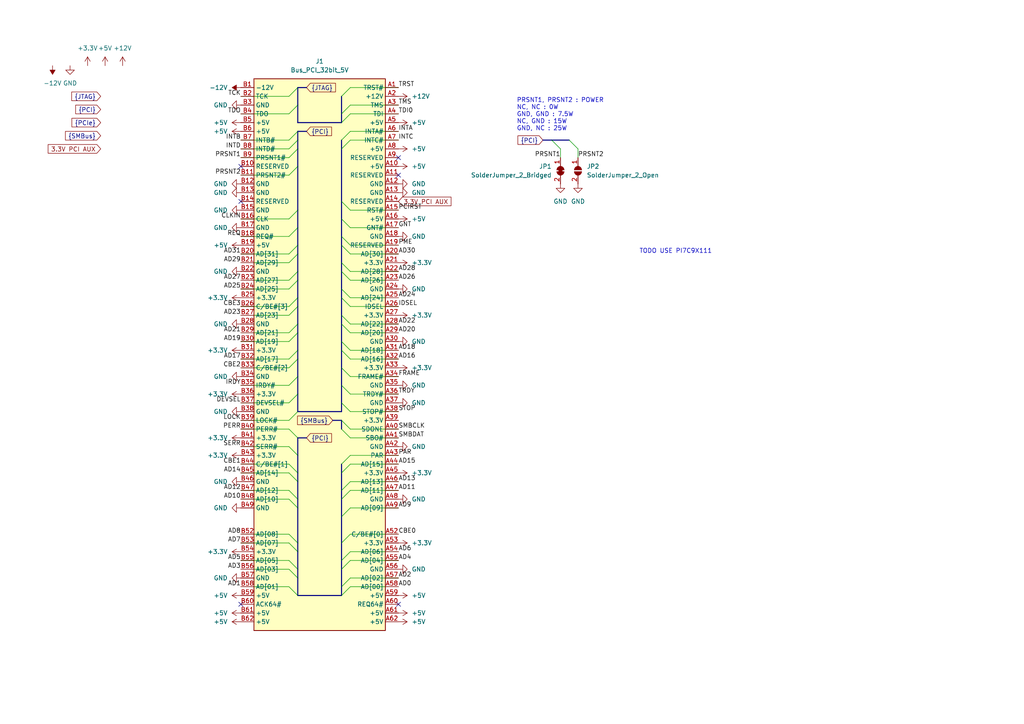
<source format=kicad_sch>
(kicad_sch (version 20230121) (generator eeschema)
  (paper "A4")
  (lib_symbols
    (symbol "Connector:Bus_PCI_32bit_5V"
      (property "Reference" "J" (at 0 80.01 0))
      (property "Value" "Bus_PCI_32bit_5V" (at 0 -82.55 0))
      (symbol "Bus_PCI_32bit_5V_0_1"
        (rectangle (start -19.05 -81.28) (end 19.05 78.74) (stroke (width 0.254)) (fill (type background)))
      )
      (symbol "Bus_PCI_32bit_5V_1_1"
        (pin output line (at 22.86 76.2 180) (length 3.81) (name "TRST#") (number "A1"))
        (pin power_in line (at 22.86 53.34 180) (length 3.81) (name "+5V") (number "A10"))
        (pin passive line (at 22.86 50.8 180) (length 3.81) (name "RESERVED") (number "A11"))
        (pin power_in line (at 22.86 48.26 180) (length 3.81) (name "GND") (number "A12"))
        (pin power_in line (at 22.86 45.72 180) (length 3.81) (name "GND") (number "A13"))
        (pin passive line (at 22.86 43.18 180) (length 3.81) (name "RESERVED") (number "A14"))
        (pin output line (at 22.86 40.64 180) (length 3.81) (name "RST#") (number "A15"))
        (pin power_in line (at 22.86 38.1 180) (length 3.81) (name "+5V") (number "A16"))
        (pin bidirectional line (at 22.86 35.56 180) (length 3.81) (name "GNT#") (number "A17"))
        (pin power_in line (at 22.86 33.02 180) (length 3.81) (name "GND") (number "A18"))
        (pin passive line (at 22.86 30.48 180) (length 3.81) (name "RESERVED") (number "A19"))
        (pin power_in line (at 22.86 73.66 180) (length 3.81) (name "+12V") (number "A2"))
        (pin bidirectional line (at 22.86 27.94 180) (length 3.81) (name "AD[30]") (number "A20"))
        (pin power_in line (at 22.86 25.4 180) (length 3.81) (name "+3.3V") (number "A21"))
        (pin bidirectional line (at 22.86 22.86 180) (length 3.81) (name "AD[28]") (number "A22"))
        (pin bidirectional line (at 22.86 20.32 180) (length 3.81) (name "AD[26]") (number "A23"))
        (pin power_in line (at 22.86 17.78 180) (length 3.81) (name "GND") (number "A24"))
        (pin bidirectional line (at 22.86 15.24 180) (length 3.81) (name "AD[24]") (number "A25"))
        (pin output line (at 22.86 12.7 180) (length 3.81) (name "IDSEL") (number "A26"))
        (pin power_in line (at 22.86 10.16 180) (length 3.81) (name "+3.3V") (number "A27"))
        (pin bidirectional line (at 22.86 7.62 180) (length 3.81) (name "AD[22]") (number "A28"))
        (pin bidirectional line (at 22.86 5.08 180) (length 3.81) (name "AD[20]") (number "A29"))
        (pin output line (at 22.86 71.12 180) (length 3.81) (name "TMS") (number "A3"))
        (pin power_in line (at 22.86 2.54 180) (length 3.81) (name "GND") (number "A30"))
        (pin bidirectional line (at 22.86 0 180) (length 3.81) (name "AD[18]") (number "A31"))
        (pin bidirectional line (at 22.86 -2.54 180) (length 3.81) (name "AD[16]") (number "A32"))
        (pin power_in line (at 22.86 -5.08 180) (length 3.81) (name "+3.3V") (number "A33"))
        (pin bidirectional line (at 22.86 -7.62 180) (length 3.81) (name "FRAME#") (number "A34"))
        (pin power_in line (at 22.86 -10.16 180) (length 3.81) (name "GND") (number "A35"))
        (pin bidirectional line (at 22.86 -12.7 180) (length 3.81) (name "TRDY#") (number "A36"))
        (pin power_in line (at 22.86 -15.24 180) (length 3.81) (name "GND") (number "A37"))
        (pin bidirectional line (at 22.86 -17.78 180) (length 3.81) (name "STOP#") (number "A38"))
        (pin power_in line (at 22.86 -20.32 180) (length 3.81) (name "+3.3V") (number "A39"))
        (pin output line (at 22.86 68.58 180) (length 3.81) (name "TDI") (number "A4"))
        (pin bidirectional line (at 22.86 -22.86 180) (length 3.81) (name "SDONE") (number "A40"))
        (pin bidirectional line (at 22.86 -25.4 180) (length 3.81) (name "SBO#") (number "A41"))
        (pin power_in line (at 22.86 -27.94 180) (length 3.81) (name "GND") (number "A42"))
        (pin bidirectional line (at 22.86 -30.48 180) (length 3.81) (name "PAR") (number "A43"))
        (pin bidirectional line (at 22.86 -33.02 180) (length 3.81) (name "AD[15]") (number "A44"))
        (pin power_in line (at 22.86 -35.56 180) (length 3.81) (name "+3.3V") (number "A45"))
        (pin bidirectional line (at 22.86 -38.1 180) (length 3.81) (name "AD[13]") (number "A46"))
        (pin bidirectional line (at 22.86 -40.64 180) (length 3.81) (name "AD[11]") (number "A47"))
        (pin power_in line (at 22.86 -43.18 180) (length 3.81) (name "GND") (number "A48"))
        (pin bidirectional line (at 22.86 -45.72 180) (length 3.81) (name "AD[09]") (number "A49"))
        (pin power_in line (at 22.86 66.04 180) (length 3.81) (name "+5V") (number "A5"))
        (pin bidirectional line (at 22.86 -53.34 180) (length 3.81) (name "C/BE#[0]") (number "A52"))
        (pin power_in line (at 22.86 -55.88 180) (length 3.81) (name "+3.3V") (number "A53"))
        (pin bidirectional line (at 22.86 -58.42 180) (length 3.81) (name "AD[06]") (number "A54"))
        (pin bidirectional line (at 22.86 -60.96 180) (length 3.81) (name "AD[04]") (number "A55"))
        (pin power_in line (at 22.86 -63.5 180) (length 3.81) (name "GND") (number "A56"))
        (pin bidirectional line (at 22.86 -66.04 180) (length 3.81) (name "AD[02]") (number "A57"))
        (pin bidirectional line (at 22.86 -68.58 180) (length 3.81) (name "AD[00]") (number "A58"))
        (pin power_in line (at 22.86 -71.12 180) (length 3.81) (name "+5V") (number "A59"))
        (pin input line (at 22.86 63.5 180) (length 3.81) (name "INTA#") (number "A6"))
        (pin bidirectional line (at 22.86 -73.66 180) (length 3.81) (name "REQ64#") (number "A60"))
        (pin power_in line (at 22.86 -76.2 180) (length 3.81) (name "+5V") (number "A61"))
        (pin power_in line (at 22.86 -78.74 180) (length 3.81) (name "+5V") (number "A62"))
        (pin input line (at 22.86 60.96 180) (length 3.81) (name "INTC#") (number "A7"))
        (pin power_in line (at 22.86 58.42 180) (length 3.81) (name "+5V") (number "A8"))
        (pin passive line (at 22.86 55.88 180) (length 3.81) (name "RESERVED") (number "A9"))
        (pin power_in line (at -22.86 76.2 0) (length 3.81) (name "-12V") (number "B1"))
        (pin passive line (at -22.86 53.34 0) (length 3.81) (name "RESERVED") (number "B10"))
        (pin input line (at -22.86 50.8 0) (length 3.81) (name "PRSNT2#") (number "B11"))
        (pin power_in line (at -22.86 48.26 0) (length 3.81) (name "GND") (number "B12"))
        (pin power_in line (at -22.86 45.72 0) (length 3.81) (name "GND") (number "B13"))
        (pin passive line (at -22.86 43.18 0) (length 3.81) (name "RESERVED") (number "B14"))
        (pin power_in line (at -22.86 40.64 0) (length 3.81) (name "GND") (number "B15"))
        (pin output line (at -22.86 38.1 0) (length 3.81) (name "CLK") (number "B16"))
        (pin power_in line (at -22.86 35.56 0) (length 3.81) (name "GND") (number "B17"))
        (pin bidirectional line (at -22.86 33.02 0) (length 3.81) (name "REQ#") (number "B18"))
        (pin power_in line (at -22.86 30.48 0) (length 3.81) (name "+5V") (number "B19"))
        (pin output line (at -22.86 73.66 0) (length 3.81) (name "TCK") (number "B2"))
        (pin bidirectional line (at -22.86 27.94 0) (length 3.81) (name "AD[31]") (number "B20"))
        (pin bidirectional line (at -22.86 25.4 0) (length 3.81) (name "AD[29]") (number "B21"))
        (pin power_in line (at -22.86 22.86 0) (length 3.81) (name "GND") (number "B22"))
        (pin bidirectional line (at -22.86 20.32 0) (length 3.81) (name "AD[27]") (number "B23"))
        (pin bidirectional line (at -22.86 17.78 0) (length 3.81) (name "AD[25]") (number "B24"))
        (pin power_in line (at -22.86 15.24 0) (length 3.81) (name "+3.3V") (number "B25"))
        (pin bidirectional line (at -22.86 12.7 0) (length 3.81) (name "C/BE#[3]") (number "B26"))
        (pin bidirectional line (at -22.86 10.16 0) (length 3.81) (name "AD[23]") (number "B27"))
        (pin power_in line (at -22.86 7.62 0) (length 3.81) (name "GND") (number "B28"))
        (pin bidirectional line (at -22.86 5.08 0) (length 3.81) (name "AD[21]") (number "B29"))
        (pin power_in line (at -22.86 71.12 0) (length 3.81) (name "GND") (number "B3"))
        (pin bidirectional line (at -22.86 2.54 0) (length 3.81) (name "AD[19]") (number "B30"))
        (pin power_in line (at -22.86 0 0) (length 3.81) (name "+3.3V") (number "B31"))
        (pin bidirectional line (at -22.86 -2.54 0) (length 3.81) (name "AD[17]") (number "B32"))
        (pin bidirectional line (at -22.86 -5.08 0) (length 3.81) (name "C/BE#[2]") (number "B33"))
        (pin power_in line (at -22.86 -7.62 0) (length 3.81) (name "GND") (number "B34"))
        (pin bidirectional line (at -22.86 -10.16 0) (length 3.81) (name "IRDY#") (number "B35"))
        (pin power_in line (at -22.86 -12.7 0) (length 3.81) (name "+3.3V") (number "B36"))
        (pin bidirectional line (at -22.86 -15.24 0) (length 3.81) (name "DEVSEL#") (number "B37"))
        (pin power_in line (at -22.86 -17.78 0) (length 3.81) (name "GND") (number "B38"))
        (pin bidirectional line (at -22.86 -20.32 0) (length 3.81) (name "LOCK#") (number "B39"))
        (pin input line (at -22.86 68.58 0) (length 3.81) (name "TDO") (number "B4"))
        (pin bidirectional line (at -22.86 -22.86 0) (length 3.81) (name "PERR#") (number "B40"))
        (pin power_in line (at -22.86 -25.4 0) (length 3.81) (name "+3.3V") (number "B41"))
        (pin input line (at -22.86 -27.94 0) (length 3.81) (name "SERR#") (number "B42"))
        (pin power_in line (at -22.86 -30.48 0) (length 3.81) (name "+3.3V") (number "B43"))
        (pin bidirectional line (at -22.86 -33.02 0) (length 3.81) (name "C/BE#[1]") (number "B44"))
        (pin bidirectional line (at -22.86 -35.56 0) (length 3.81) (name "AD[14]") (number "B45"))
        (pin power_in line (at -22.86 -38.1 0) (length 3.81) (name "GND") (number "B46"))
        (pin bidirectional line (at -22.86 -40.64 0) (length 3.81) (name "AD[12]") (number "B47"))
        (pin bidirectional line (at -22.86 -43.18 0) (length 3.81) (name "AD[10]") (number "B48"))
        (pin power_in line (at -22.86 -45.72 0) (length 3.81) (name "GND") (number "B49"))
        (pin power_in line (at -22.86 66.04 0) (length 3.81) (name "+5V") (number "B5"))
        (pin bidirectional line (at -22.86 -53.34 0) (length 3.81) (name "AD[08]") (number "B52"))
        (pin bidirectional line (at -22.86 -55.88 0) (length 3.81) (name "AD[07]") (number "B53"))
        (pin input line (at -22.86 -58.42 0) (length 3.81) (name "+3.3V") (number "B54"))
        (pin bidirectional line (at -22.86 -60.96 0) (length 3.81) (name "AD[05]") (number "B55"))
        (pin bidirectional line (at -22.86 -63.5 0) (length 3.81) (name "AD[03]") (number "B56"))
        (pin power_in line (at -22.86 -66.04 0) (length 3.81) (name "GND") (number "B57"))
        (pin bidirectional line (at -22.86 -68.58 0) (length 3.81) (name "AD[01]") (number "B58"))
        (pin power_in line (at -22.86 -71.12 0) (length 3.81) (name "+5V") (number "B59"))
        (pin power_in line (at -22.86 63.5 0) (length 3.81) (name "+5V") (number "B6"))
        (pin bidirectional line (at -22.86 -73.66 0) (length 3.81) (name "ACK64#") (number "B60"))
        (pin power_in line (at -22.86 -76.2 0) (length 3.81) (name "+5V") (number "B61"))
        (pin power_in line (at -22.86 -78.74 0) (length 3.81) (name "+5V") (number "B62"))
        (pin input line (at -22.86 60.96 0) (length 3.81) (name "INTB#") (number "B7"))
        (pin input line (at -22.86 58.42 0) (length 3.81) (name "INTD#") (number "B8"))
        (pin input line (at -22.86 55.88 0) (length 3.81) (name "PRSNT1#") (number "B9"))
      )
    )
    (symbol "Jumper:SolderJumper_2_Bridged" (pin_names (offset 0) hide)
      (property "Reference" "JP" (at 0 2.032 0))
      (property "Value" "SolderJumper_2_Bridged" (at 0 -2.54 0))
      (symbol "SolderJumper_2_Bridged_0_1"
        (rectangle (start -0.508 0.508) (end 0.508 -0.508) (fill (type outline)))
        (arc (start -0.254 1.016) (mid -1.2656 0) (end -0.254 -1.016))
        (arc (start -0.254 1.016) (mid -1.2656 0) (end -0.254 -1.016) (fill (type outline)))
        (polyline (pts (xy -0.254 1.016) (xy -0.254 -1.016)))
        (polyline (pts (xy 0.254 1.016) (xy 0.254 -1.016)))
        (arc (start 0.254 -1.016) (mid 1.2656 0) (end 0.254 1.016))
        (arc (start 0.254 -1.016) (mid 1.2656 0) (end 0.254 1.016) (fill (type outline)))
      )
      (symbol "SolderJumper_2_Bridged_1_1"
        (pin passive line (at -3.81 0 0) (length 2.54) (name "A") (number "1"))
        (pin passive line (at 3.81 0 180) (length 2.54) (name "B") (number "2"))
      )
    )
    (symbol "Jumper:SolderJumper_2_Open" (pin_names (offset 0) hide)
      (property "Reference" "JP" (at 0 2.032 0))
      (property "Value" "SolderJumper_2_Open" (at 0 -2.54 0))
      (symbol "SolderJumper_2_Open_0_1"
        (arc (start -0.254 1.016) (mid -1.2656 0) (end -0.254 -1.016))
        (arc (start -0.254 1.016) (mid -1.2656 0) (end -0.254 -1.016) (fill (type outline)))
        (polyline (pts (xy -0.254 1.016) (xy -0.254 -1.016)))
        (polyline (pts (xy 0.254 1.016) (xy 0.254 -1.016)))
        (arc (start 0.254 -1.016) (mid 1.2656 0) (end 0.254 1.016))
        (arc (start 0.254 -1.016) (mid 1.2656 0) (end 0.254 1.016) (fill (type outline)))
      )
      (symbol "SolderJumper_2_Open_1_1"
        (pin passive line (at -3.81 0 0) (length 2.54) (name "A") (number "1"))
        (pin passive line (at 3.81 0 180) (length 2.54) (name "B") (number "2"))
      )
    )
    (symbol "power:+12V" (power) (pin_names (offset 0))
      (property "Value" "+12V" (at 0 3.556 0))
      (symbol "+12V_0_1"
        (polyline (pts (xy -0.762 1.27) (xy 0 2.54)))
        (polyline (pts (xy 0 0) (xy 0 2.54)))
        (polyline (pts (xy 0 2.54) (xy 0.762 1.27)))
      )
      (symbol "+12V_1_1"
        (pin power_in line (at 0 0 90) (length 0) hide (name "+12V") (number "1"))
      )
    )
    (symbol "power:+3.3V" (power) (pin_names (offset 0))
      (property "Value" "+3.3V" (at 0 3.556 0))
      (symbol "+3.3V_0_1"
        (polyline (pts (xy -0.762 1.27) (xy 0 2.54)))
        (polyline (pts (xy 0 0) (xy 0 2.54)))
        (polyline (pts (xy 0 2.54) (xy 0.762 1.27)))
      )
      (symbol "+3.3V_1_1"
        (pin power_in line (at 0 0 90) (length 0) hide (name "+3.3V") (number "1"))
      )
    )
    (symbol "power:+5V" (power) (pin_names (offset 0))
      (property "Value" "+5V" (at 0 3.556 0))
      (symbol "+5V_0_1"
        (polyline (pts (xy -0.762 1.27) (xy 0 2.54)))
        (polyline (pts (xy 0 0) (xy 0 2.54)))
        (polyline (pts (xy 0 2.54) (xy 0.762 1.27)))
      )
      (symbol "+5V_1_1"
        (pin power_in line (at 0 0 90) (length 0) hide (name "+5V") (number "1"))
      )
    )
    (symbol "power:-12V" (power) (pin_names (offset 0))
      (property "Value" "-12V" (at 0 3.81 0))
      (symbol "-12V_0_0"
        (pin power_in line (at 0 0 90) (length 0) hide (name "-12V") (number "1"))
      )
      (symbol "-12V_0_1"
        (polyline (pts (xy 0 0) (xy 0 1.27) (xy 0.762 1.27) (xy 0 2.54) (xy -0.762 1.27) (xy 0 1.27)) (fill (type outline)))
      )
    )
    (symbol "power:GND" (power) (pin_names (offset 0))
      (property "Value" "GND" (at 0 -3.81 0))
      (symbol "GND_0_1"
        (polyline (pts (xy 0 0) (xy 0 -1.27) (xy 1.27 -1.27) (xy 0 -2.54) (xy -1.27 -1.27) (xy 0 -1.27)))
      )
      (symbol "GND_1_1"
        (pin power_in line (at 0 0 270) (length 0) hide (name "GND") (number "1"))
      )
    )
  )
  (bus_alias "PCIe" (members "RP" "RN" "TP" "TN"))
  (bus_alias "PCI" (members "INTA" "INTB" "INTC" "INTD" "PRSNT1" "PRSNT2" "AD[0..31]" "PERR" "SERR" "LOCK" "DEVSEL" "STOP" "TRDY" "IRDY" "FRAME" "IDSEL" "PME" "PAR" "CBE[0..3]" "REQ" "PCIRST" "CLKIN" "GNT"))
  (bus_alias "JTAG" (members "TDI[0..1]" "TCK" "TMS" "TDO" "TRST"))
  (bus_alias "SMBus" (members "SMBCLK" "SMBDAT"))
  (no_connect (at 115.57 50.8))
  (no_connect (at 115.57 175.26))
  (no_connect (at 69.85 48.26))
  (no_connect (at 69.85 58.42))
  (no_connect (at 115.57 45.72))
  (no_connect (at 69.85 175.26))
  (bus_entry (at 83.82 165.1) (size 2.54 2.54))
  (bus_entry (at 99.06 142.24) (size 2.54 -2.54))
  (bus_entry (at 99.06 83.82) (size 2.54 2.54))
  (bus_entry (at 101.6 73.66) (size -2.54 -2.54))
  (bus_entry (at 86.36 88.9) (size -2.54 2.54))
  (bus_entry (at 99.06 157.48) (size 2.54 -2.54))
  (bus_entry (at 83.82 162.56) (size 2.54 2.54))
  (bus_entry (at 99.06 40.64) (size 2.54 -2.54))
  (bus_entry (at 99.06 106.68) (size 2.54 2.54))
  (bus_entry (at 83.82 144.78) (size 2.54 2.54))
  (bus_entry (at 83.82 33.02) (size 2.54 -2.54))
  (bus_entry (at 99.06 149.86) (size 2.54 -2.54))
  (bus_entry (at 101.6 96.52) (size -2.54 -2.54))
  (bus_entry (at 86.36 104.14) (size -2.54 2.54))
  (bus_entry (at 99.06 165.1) (size 2.54 -2.54))
  (bus_entry (at 86.36 73.66) (size -2.54 2.54))
  (bus_entry (at 86.36 81.28) (size -2.54 2.54))
  (bus_entry (at 99.06 43.18) (size 2.54 -2.54))
  (bus_entry (at 86.36 96.52) (size -2.54 2.54))
  (bus_entry (at 86.36 119.38) (size -2.54 2.54))
  (bus_entry (at 83.82 27.94) (size 2.54 -2.54))
  (bus_entry (at 99.06 124.46) (size 2.54 2.54))
  (bus_entry (at 160.02 40.64) (size 2.54 2.54))
  (bus_entry (at 86.36 60.96) (size -2.54 2.54))
  (bus_entry (at 86.36 132.08) (size -2.54 -2.54))
  (bus_entry (at 86.36 66.04) (size -2.54 2.54))
  (bus_entry (at 99.06 170.18) (size 2.54 -2.54))
  (bus_entry (at 99.06 111.76) (size 2.54 2.54))
  (bus_entry (at 99.06 68.58) (size 2.54 2.54))
  (bus_entry (at 99.06 27.94) (size 2.54 -2.54))
  (bus_entry (at 99.06 162.56) (size 2.54 -2.54))
  (bus_entry (at 86.36 86.36) (size -2.54 2.54))
  (bus_entry (at 99.06 35.56) (size 2.54 -2.54))
  (bus_entry (at 99.06 58.42) (size 2.54 2.54))
  (bus_entry (at 86.36 43.18) (size -2.54 2.54))
  (bus_entry (at 99.06 134.62) (size 2.54 -2.54))
  (bus_entry (at 83.82 154.94) (size 2.54 2.54))
  (bus_entry (at 86.36 127) (size -2.54 -2.54))
  (bus_entry (at 86.36 48.26) (size -2.54 2.54))
  (bus_entry (at 83.82 170.18) (size 2.54 2.54))
  (bus_entry (at 99.06 33.02) (size 2.54 -2.54))
  (bus_entry (at 101.6 101.6) (size -2.54 -2.54))
  (bus_entry (at 86.36 71.12) (size -2.54 2.54))
  (bus_entry (at 86.36 109.22) (size -2.54 2.54))
  (bus_entry (at 99.06 63.5) (size 2.54 2.54))
  (bus_entry (at 101.6 78.74) (size -2.54 -2.54))
  (bus_entry (at 101.6 93.98) (size -2.54 -2.54))
  (bus_entry (at 101.6 104.14) (size -2.54 -2.54))
  (bus_entry (at 86.36 78.74) (size -2.54 2.54))
  (bus_entry (at 99.06 144.78) (size 2.54 -2.54))
  (bus_entry (at 83.82 157.48) (size 2.54 2.54))
  (bus_entry (at 86.36 137.16) (size -2.54 -2.54))
  (bus_entry (at 99.06 137.16) (size 2.54 -2.54))
  (bus_entry (at 86.36 101.6) (size -2.54 2.54))
  (bus_entry (at 86.36 38.1) (size -2.54 2.54))
  (bus_entry (at 101.6 81.28) (size -2.54 -2.54))
  (bus_entry (at 83.82 137.16) (size 2.54 2.54))
  (bus_entry (at 86.36 40.64) (size -2.54 2.54))
  (bus_entry (at 99.06 86.36) (size 2.54 2.54))
  (bus_entry (at 99.06 116.84) (size 2.54 2.54))
  (bus_entry (at 99.06 172.72) (size 2.54 -2.54))
  (bus_entry (at 99.06 121.92) (size 2.54 2.54))
  (bus_entry (at 83.82 142.24) (size 2.54 2.54))
  (bus_entry (at 86.36 93.98) (size -2.54 2.54))
  (bus_entry (at 86.36 114.3) (size -2.54 2.54))
  (bus_entry (at 165.1 40.64) (size 2.54 2.54))
  (bus (pts (xy 99.06 119.38) (xy 86.36 119.38)))
  (wire (pts (xy 101.6 127) (xy 115.57 127)))
  (wire (pts (xy 69.85 33.02) (xy 83.82 33.02)))
  (bus (pts (xy 157.48 40.64) (xy 160.02 40.64)))
  (bus (pts (xy 99.06 106.68) (xy 99.06 111.76)))
  (bus (pts (xy 99.06 165.1) (xy 99.06 170.18)))
  (bus (pts (xy 86.36 139.7) (xy 86.36 144.78)))
  (wire (pts (xy 69.85 43.18) (xy 83.82 43.18)))
  (wire (pts (xy 101.6 33.02) (xy 115.57 33.02)))
  (wire (pts (xy 69.85 134.62) (xy 83.82 134.62)))
  (bus (pts (xy 86.36 160.02) (xy 86.36 165.1)))
  (wire (pts (xy 101.6 66.04) (xy 115.57 66.04)))
  (bus (pts (xy 86.36 66.04) (xy 86.36 71.12)))
  (bus (pts (xy 99.06 91.44) (xy 99.06 93.98)))
  (bus (pts (xy 86.36 93.98) (xy 86.36 88.9)))
  (bus (pts (xy 86.36 48.26) (xy 86.36 60.96)))
  (bus (pts (xy 88.9 25.4) (xy 86.36 25.4)))
  (wire (pts (xy 101.6 139.7) (xy 115.57 139.7)))
  (wire (pts (xy 101.6 134.62) (xy 115.57 134.62)))
  (wire (pts (xy 101.6 142.24) (xy 115.57 142.24)))
  (bus (pts (xy 86.36 38.1) (xy 86.36 40.64)))
  (wire (pts (xy 69.85 81.28) (xy 83.82 81.28)))
  (wire (pts (xy 101.6 162.56) (xy 115.57 162.56)))
  (bus (pts (xy 99.06 157.48) (xy 99.06 162.56)))
  (wire (pts (xy 101.6 160.02) (xy 115.57 160.02)))
  (wire (pts (xy 69.85 162.56) (xy 83.82 162.56)))
  (wire (pts (xy 69.85 111.76) (xy 83.82 111.76)))
  (bus (pts (xy 86.36 114.3) (xy 86.36 109.22)))
  (bus (pts (xy 86.36 119.38) (xy 86.36 114.3)))
  (bus (pts (xy 86.36 38.1) (xy 88.9 38.1)))
  (wire (pts (xy 101.6 147.32) (xy 115.57 147.32)))
  (wire (pts (xy 101.6 167.64) (xy 115.57 167.64)))
  (wire (pts (xy 101.6 60.96) (xy 115.57 60.96)))
  (wire (pts (xy 69.85 124.46) (xy 83.82 124.46)))
  (bus (pts (xy 99.06 43.18) (xy 99.06 58.42)))
  (bus (pts (xy 99.06 172.72) (xy 86.36 172.72)))
  (bus (pts (xy 99.06 68.58) (xy 99.06 71.12)))
  (wire (pts (xy 69.85 116.84) (xy 83.82 116.84)))
  (bus (pts (xy 99.06 170.18) (xy 99.06 172.72)))
  (wire (pts (xy 69.85 142.24) (xy 83.82 142.24)))
  (bus (pts (xy 86.36 147.32) (xy 86.36 157.48)))
  (bus (pts (xy 86.36 78.74) (xy 86.36 73.66)))
  (bus (pts (xy 86.36 172.72) (xy 86.36 167.64)))
  (wire (pts (xy 162.56 43.18) (xy 162.56 45.72)))
  (bus (pts (xy 86.36 127) (xy 88.9 127)))
  (bus (pts (xy 99.06 93.98) (xy 99.06 99.06)))
  (wire (pts (xy 69.85 104.14) (xy 83.82 104.14)))
  (bus (pts (xy 86.36 167.64) (xy 86.36 165.1)))
  (bus (pts (xy 99.06 142.24) (xy 99.06 144.78)))
  (bus (pts (xy 86.36 101.6) (xy 86.36 96.52)))
  (bus (pts (xy 160.02 40.64) (xy 165.1 40.64)))
  (wire (pts (xy 69.85 137.16) (xy 83.82 137.16)))
  (wire (pts (xy 101.6 114.3) (xy 115.57 114.3)))
  (bus (pts (xy 86.36 160.02) (xy 86.36 157.48)))
  (bus (pts (xy 86.36 43.18) (xy 86.36 48.26)))
  (bus (pts (xy 86.36 86.36) (xy 86.36 81.28)))
  (bus (pts (xy 86.36 109.22) (xy 86.36 104.14)))
  (bus (pts (xy 86.36 96.52) (xy 86.36 93.98)))
  (wire (pts (xy 69.85 45.72) (xy 83.82 45.72)))
  (bus (pts (xy 99.06 101.6) (xy 99.06 106.68)))
  (wire (pts (xy 69.85 27.94) (xy 83.82 27.94)))
  (bus (pts (xy 96.52 121.92) (xy 99.06 121.92)))
  (wire (pts (xy 69.85 88.9) (xy 83.82 88.9)))
  (wire (pts (xy 69.85 157.48) (xy 83.82 157.48)))
  (wire (pts (xy 69.85 165.1) (xy 83.82 165.1)))
  (bus (pts (xy 86.36 81.28) (xy 86.36 78.74)))
  (bus (pts (xy 99.06 162.56) (xy 99.06 165.1)))
  (wire (pts (xy 101.6 30.48) (xy 115.57 30.48)))
  (wire (pts (xy 69.85 170.18) (xy 83.82 170.18)))
  (wire (pts (xy 101.6 86.36) (xy 115.57 86.36)))
  (wire (pts (xy 101.6 38.1) (xy 115.57 38.1)))
  (wire (pts (xy 101.6 81.28) (xy 115.57 81.28)))
  (bus (pts (xy 99.06 76.2) (xy 99.06 78.74)))
  (wire (pts (xy 101.6 88.9) (xy 115.57 88.9)))
  (wire (pts (xy 167.64 43.18) (xy 167.64 45.72)))
  (bus (pts (xy 99.06 121.92) (xy 99.06 124.46)))
  (wire (pts (xy 69.85 73.66) (xy 83.82 73.66)))
  (wire (pts (xy 69.85 144.78) (xy 83.82 144.78)))
  (wire (pts (xy 101.6 71.12) (xy 115.57 71.12)))
  (bus (pts (xy 86.36 104.14) (xy 86.36 101.6)))
  (wire (pts (xy 69.85 106.68) (xy 83.82 106.68)))
  (wire (pts (xy 101.6 25.4) (xy 115.57 25.4)))
  (wire (pts (xy 101.6 119.38) (xy 115.57 119.38)))
  (bus (pts (xy 86.36 127) (xy 86.36 132.08)))
  (bus (pts (xy 99.06 33.02) (xy 99.06 35.56)))
  (bus (pts (xy 99.06 111.76) (xy 99.06 116.84)))
  (bus (pts (xy 99.06 149.86) (xy 99.06 157.48)))
  (wire (pts (xy 69.85 121.92) (xy 83.82 121.92)))
  (bus (pts (xy 99.06 27.94) (xy 99.06 33.02)))
  (bus (pts (xy 86.36 147.32) (xy 86.36 144.78)))
  (wire (pts (xy 101.6 96.52) (xy 115.57 96.52)))
  (wire (pts (xy 69.85 99.06) (xy 83.82 99.06)))
  (wire (pts (xy 101.6 154.94) (xy 115.57 154.94)))
  (bus (pts (xy 86.36 30.48) (xy 86.36 35.56)))
  (wire (pts (xy 101.6 93.98) (xy 115.57 93.98)))
  (wire (pts (xy 69.85 83.82) (xy 83.82 83.82)))
  (wire (pts (xy 101.6 170.18) (xy 115.57 170.18)))
  (wire (pts (xy 101.6 73.66) (xy 115.57 73.66)))
  (bus (pts (xy 86.36 137.16) (xy 86.36 139.7)))
  (bus (pts (xy 86.36 132.08) (xy 86.36 137.16)))
  (bus (pts (xy 99.06 58.42) (xy 99.06 63.5)))
  (wire (pts (xy 69.85 154.94) (xy 83.82 154.94)))
  (bus (pts (xy 86.36 60.96) (xy 86.36 66.04)))
  (bus (pts (xy 99.06 63.5) (xy 99.06 68.58)))
  (bus (pts (xy 99.06 99.06) (xy 99.06 101.6)))
  (wire (pts (xy 101.6 78.74) (xy 115.57 78.74)))
  (bus (pts (xy 99.06 71.12) (xy 99.06 76.2)))
  (bus (pts (xy 99.06 137.16) (xy 99.06 142.24)))
  (wire (pts (xy 69.85 63.5) (xy 83.82 63.5)))
  (bus (pts (xy 99.06 40.64) (xy 99.06 43.18)))
  (wire (pts (xy 101.6 40.64) (xy 115.57 40.64)))
  (bus (pts (xy 99.06 35.56) (xy 86.36 35.56)))
  (bus (pts (xy 86.36 40.64) (xy 86.36 43.18)))
  (bus (pts (xy 99.06 78.74) (xy 99.06 83.82)))
  (bus (pts (xy 86.36 73.66) (xy 86.36 71.12)))
  (wire (pts (xy 69.85 129.54) (xy 83.82 129.54)))
  (wire (pts (xy 101.6 132.08) (xy 115.57 132.08)))
  (bus (pts (xy 99.06 144.78) (xy 99.06 149.86)))
  (bus (pts (xy 99.06 116.84) (xy 99.06 119.38)))
  (wire (pts (xy 101.6 101.6) (xy 115.57 101.6)))
  (bus (pts (xy 99.06 134.62) (xy 99.06 137.16)))
  (wire (pts (xy 69.85 40.64) (xy 83.82 40.64)))
  (wire (pts (xy 69.85 76.2) (xy 83.82 76.2)))
  (wire (pts (xy 101.6 124.46) (xy 115.57 124.46)))
  (bus (pts (xy 99.06 86.36) (xy 99.06 91.44)))
  (wire (pts (xy 101.6 109.22) (xy 115.57 109.22)))
  (bus (pts (xy 99.06 83.82) (xy 99.06 86.36)))
  (wire (pts (xy 101.6 104.14) (xy 115.57 104.14)))
  (wire (pts (xy 69.85 50.8) (xy 83.82 50.8)))
  (bus (pts (xy 86.36 88.9) (xy 86.36 86.36)))
  (wire (pts (xy 69.85 91.44) (xy 83.82 91.44)))
  (wire (pts (xy 69.85 96.52) (xy 83.82 96.52)))
  (wire (pts (xy 69.85 68.58) (xy 83.82 68.58)))
  (bus (pts (xy 86.36 25.4) (xy 86.36 30.48)))
  (text "PRSNT1, PRSNT2 : POWER\nNC, NC : 0W\nGND, GND : 7.5W\nNC, GND : 15W\nGND, NC : 25W" (at 149.86 38.1 0) (effects (font (size 1.27 1.27)) (justify left bottom)))
  (text "TODO USE PI7C9X111" (at 185.42 73.66 0) (effects (font (size 1.27 1.27)) (justify left bottom)))
  (label "AD12" (at 69.85 142.24 180))
  (label "INTB" (at 69.85 40.64 180))
  (label "AD13" (at 115.57 139.7 0))
  (label "AD6" (at 115.57 160.02 0))
  (label "TMS" (at 115.57 30.48 0))
  (label "SERR" (at 69.85 129.54 180))
  (label "TCK" (at 69.85 27.94 180))
  (label "AD18" (at 115.57 101.6 0))
  (label "AD22" (at 115.57 93.98 0))
  (label "AD8" (at 69.85 154.94 180))
  (label "AD29" (at 69.85 76.2 180))
  (label "PME" (at 115.57 71.12 0))
  (label "TDO" (at 69.85 33.02 180))
  (label "TRST" (at 115.57 25.4 0))
  (label "AD7" (at 69.85 157.48 180))
  (label "AD14" (at 69.85 137.16 180))
  (label "AD28" (at 115.57 78.74 0))
  (label "PRSNT1" (at 69.85 45.72 180))
  (label "CBE0" (at 115.57 154.94 0))
  (label "PRSNT1" (at 162.56 45.72 180))
  (label "AD17" (at 69.85 104.14 180))
  (label "LOCK" (at 69.85 121.92 180))
  (label "AD20" (at 115.57 96.52 0))
  (label "AD21" (at 69.85 96.52 180))
  (label "AD30" (at 115.57 73.66 0))
  (label "IRDY" (at 69.85 111.76 180))
  (label "CBE1" (at 69.85 134.62 180))
  (label "AD27" (at 69.85 81.28 180))
  (label "SMBDAT" (at 115.57 127 0))
  (label "CBE2" (at 69.85 106.68 180))
  (label "AD3" (at 69.85 165.1 180))
  (label "STOP" (at 115.57 119.38 0))
  (label "PRSNT2" (at 167.64 45.72 0))
  (label "PCIRST" (at 115.57 60.96 0))
  (label "AD5" (at 69.85 162.56 180))
  (label "AD19" (at 69.85 99.06 180))
  (label "AD25" (at 69.85 83.82 180))
  (label "TRDY" (at 115.57 114.3 0))
  (label "AD10" (at 69.85 144.78 180))
  (label "AD31" (at 69.85 73.66 180))
  (label "CLKIN" (at 69.85 63.5 180))
  (label "INTD" (at 69.85 43.18 180))
  (label "FRAME" (at 115.57 109.22 0))
  (label "REQ" (at 69.85 68.58 180))
  (label "AD15" (at 115.57 134.62 0))
  (label "AD9" (at 115.57 147.32 0))
  (label "AD11" (at 115.57 142.24 0))
  (label "CBE3" (at 69.85 88.9 180))
  (label "AD24" (at 115.57 86.36 0))
  (label "AD4" (at 115.57 162.56 0))
  (label "GNT" (at 115.57 66.04 0))
  (label "PERR" (at 69.85 124.46 180))
  (label "AD2" (at 115.57 167.64 0))
  (label "TDI0" (at 115.57 33.02 0))
  (label "INTA" (at 115.57 38.1 0))
  (label "AD23" (at 69.85 91.44 180))
  (label "PAR" (at 115.57 132.08 0))
  (label "AD1" (at 69.85 170.18 180))
  (label "AD16" (at 115.57 104.14 0))
  (label "INTC" (at 115.57 40.64 0))
  (label "AD26" (at 115.57 81.28 0))
  (label "DEVSEL" (at 69.85 116.84 180))
  (label "SMBCLK" (at 115.57 124.46 0))
  (label "IDSEL" (at 115.57 88.9 0))
  (label "PRSNT2" (at 69.85 50.8 180))
  (label "AD0" (at 115.57 170.18 0))
  (global_label "{PCI}" (shape input) (at 157.48 40.64 180) (property "Intersheetrefs" "${INTERSHEET_REFS}" (effects hide)))
  (global_label "{SMBus}" (shape input) (at 29.21 39.37 180) (property "Intersheetrefs" "${INTERSHEET_REFS}" (effects hide)))
  (global_label "3.3V PCI AUX" (shape input) (at 115.57 58.42 0) (property "Intersheetrefs" "${INTERSHEET_REFS}" (effects hide)))
  (global_label "{JTAG}" (shape input) (at 29.21 27.94 180) (property "Intersheetrefs" "${INTERSHEET_REFS}" (effects hide)))
  (global_label "{PCI}" (shape input) (at 88.9 127 0) (property "Intersheetrefs" "${INTERSHEET_REFS}" (effects hide)))
  (global_label "{PCI}" (shape input) (at 29.21 31.75 180) (property "Intersheetrefs" "${INTERSHEET_REFS}" (effects hide)))
  (global_label "{JTAG}" (shape input) (at 88.9 25.4 0) (property "Intersheetrefs" "${INTERSHEET_REFS}" (effects hide)))
  (global_label "{PCI}" (shape input) (at 88.9 38.1 0) (property "Intersheetrefs" "${INTERSHEET_REFS}" (effects hide)))
  (global_label "{SMBus}" (shape input) (at 96.52 121.92 180) (property "Intersheetrefs" "${INTERSHEET_REFS}" (effects hide)))
  (global_label "{PCIe}" (shape input) (at 29.21 35.56 180) (property "Intersheetrefs" "${INTERSHEET_REFS}" (effects hide)))
  (global_label "3.3V PCI AUX" (shape input) (at 29.21 43.18 180) (property "Intersheetrefs" "${INTERSHEET_REFS}" (effects hide)))
  (symbol (lib_id "power:GND") (at 115.57 83.82 90) (unit 1)
    (property "Reference" "#PWR045" (effects hide))
    (property "Value" "GND" (at 119.38 83.82 90) (effects (justify right)))
  )
  (symbol (lib_id "power:+3.3V") (at 69.85 160.02 90) (unit 1)
    (property "Reference" "#PWR014" (effects hide))
    (property "Value" "+3.3V" (at 66.04 160.02 90) (effects (justify left)))
  )
  (symbol (lib_id "power:GND") (at 69.85 53.34 270) (unit 1)
    (property "Reference" "#PWR028" (effects hide))
    (property "Value" "GND" (at 66.04 53.34 90) (effects (justify right)))
  )
  (symbol (lib_id "power:+5V") (at 115.57 63.5 270) (unit 1)
    (property "Reference" "#PWR010" (effects hide))
    (property "Value" "+5V" (at 119.38 63.5 90) (effects (justify left)))
  )
  (symbol (lib_id "power:+5V") (at 115.57 172.72 270) (unit 1)
    (property "Reference" "#PWR013" (effects hide))
    (property "Value" "+5V" (at 119.38 172.72 90) (effects (justify left)))
  )
  (symbol (lib_id "power:+5V") (at 30.48 19.05 0) (unit 1)
    (property "Reference" "#PWR051" (effects hide))
    (property "Value" "+5V" (at 30.48 13.97 0))
  )
  (symbol (lib_id "power:GND") (at 115.57 129.54 90) (unit 1)
    (property "Reference" "#PWR041" (effects hide))
    (property "Value" "GND" (at 119.38 129.54 90) (effects (justify right)))
  )
  (symbol (lib_id "power:GND") (at 115.57 116.84 90) (unit 1)
    (property "Reference" "#PWR042" (effects hide))
    (property "Value" "GND" (at 119.38 116.84 90) (effects (justify right)))
  )
  (symbol (lib_id "power:GND") (at 115.57 144.78 90) (unit 1)
    (property "Reference" "#PWR040" (effects hide))
    (property "Value" "GND" (at 119.38 144.78 90) (effects (justify right)))
  )
  (symbol (lib_id "power:+5V") (at 115.57 35.56 270) (unit 1)
    (property "Reference" "#PWR07" (effects hide))
    (property "Value" "+5V" (at 119.38 35.56 90) (effects (justify left)))
  )
  (symbol (lib_id "power:+5V") (at 69.85 35.56 90) (unit 1)
    (property "Reference" "#PWR06" (effects hide))
    (property "Value" "+5V" (at 66.04 35.56 90) (effects (justify left)))
  )
  (symbol (lib_id "power:GND") (at 115.57 165.1 90) (unit 1)
    (property "Reference" "#PWR039" (effects hide))
    (property "Value" "GND" (at 119.38 165.1 90) (effects (justify right)))
  )
  (symbol (lib_id "power:GND") (at 115.57 53.34 90) (unit 1)
    (property "Reference" "#PWR048" (effects hide))
    (property "Value" "GND" (at 119.38 53.34 90) (effects (justify right)))
  )
  (symbol (lib_id "power:GND") (at 20.32 19.05 0) (unit 1)
    (property "Reference" "#PWR050" (effects hide))
    (property "Value" "GND" (at 20.32 24.13 0))
  )
  (symbol (lib_id "power:+12V") (at 35.56 19.05 0) (unit 1)
    (property "Reference" "#PWR052" (effects hide))
    (property "Value" "+12V" (at 35.56 13.97 0))
  )
  (symbol (lib_id "power:GND") (at 69.85 109.22 270) (unit 1)
    (property "Reference" "#PWR034" (effects hide))
    (property "Value" "GND" (at 66.04 109.22 90) (effects (justify right)))
  )
  (symbol (lib_id "power:GND") (at 167.64 53.34 0) (unit 1)
    (property "Reference" "#PWR055" (effects hide))
    (property "Value" "GND" (at 167.64 58.42 0))
  )
  (symbol (lib_id "power:+3.3V") (at 115.57 157.48 270) (unit 1)
    (property "Reference" "#PWR020" (effects hide))
    (property "Value" "+3.3V" (at 119.38 157.48 90) (effects (justify left)))
  )
  (symbol (lib_id "power:GND") (at 69.85 30.48 270) (unit 1)
    (property "Reference" "#PWR027" (effects hide))
    (property "Value" "GND" (at 66.04 30.48 90) (effects (justify right)))
  )
  (symbol (lib_id "power:GND") (at 162.56 53.34 0) (unit 1)
    (property "Reference" "#PWR054" (effects hide))
    (property "Value" "GND" (at 162.56 58.42 0))
  )
  (symbol (lib_id "power:+12V") (at 115.57 27.94 270) (unit 1)
    (property "Reference" "#PWR025" (effects hide))
    (property "Value" "+12V" (at 119.38 27.94 90) (effects (justify left)))
  )
  (symbol (lib_id "power:+5V") (at 115.57 177.8 270) (unit 1)
    (property "Reference" "#PWR012" (effects hide))
    (property "Value" "+5V" (at 119.38 177.8 90) (effects (justify left)))
  )
  (symbol (lib_id "Jumper:SolderJumper_2_Open") (at 167.64 49.53 270) (unit 1)
    (property "Reference" "JP2" (at 170.18 48.26 90) (effects (justify left)))
    (property "Value" "SolderJumper_2_Open" (at 170.18 50.8 90) (effects (justify left)))
  )
  (symbol (lib_id "power:GND") (at 69.85 167.64 270) (unit 1)
    (property "Reference" "#PWR038" (effects hide))
    (property "Value" "GND" (at 66.04 167.64 90) (effects (justify right)))
  )
  (symbol (lib_id "power:+3.3V") (at 115.57 76.2 270) (unit 1)
    (property "Reference" "#PWR024" (effects hide))
    (property "Value" "+3.3V" (at 119.38 76.2 90) (effects (justify left)))
  )
  (symbol (lib_id "power:GND") (at 69.85 93.98 270) (unit 1)
    (property "Reference" "#PWR033" (effects hide))
    (property "Value" "GND" (at 66.04 93.98 90) (effects (justify right)))
  )
  (symbol (lib_id "power:+5V") (at 69.85 38.1 90) (unit 1)
    (property "Reference" "#PWR05" (effects hide))
    (property "Value" "+5V" (at 66.04 38.1 90) (effects (justify left)))
  )
  (symbol (lib_id "Jumper:SolderJumper_2_Bridged") (at 162.56 49.53 90) (mirror x) (unit 1)
    (property "Reference" "JP1" (at 160.02 48.26 90) (effects (justify left)))
    (property "Value" "SolderJumper_2_Bridged" (at 160.02 50.8 90) (effects (justify left)))
  )
  (symbol (lib_id "power:+3.3V") (at 115.57 137.16 270) (unit 1)
    (property "Reference" "#PWR021" (effects hide))
    (property "Value" "+3.3V" (at 119.38 137.16 90) (effects (justify left)))
  )
  (symbol (lib_id "power:+3.3V") (at 69.85 132.08 90) (unit 1)
    (property "Reference" "#PWR015" (effects hide))
    (property "Value" "+3.3V" (at 66.04 132.08 90) (effects (justify left)))
  )
  (symbol (lib_id "power:+5V") (at 69.85 177.8 90) (unit 1)
    (property "Reference" "#PWR02" (effects hide))
    (property "Value" "+5V" (at 66.04 177.8 90) (effects (justify left)))
  )
  (symbol (lib_id "power:GND") (at 115.57 99.06 90) (unit 1)
    (property "Reference" "#PWR044" (effects hide))
    (property "Value" "GND" (at 119.38 99.06 90) (effects (justify right)))
  )
  (symbol (lib_id "power:GND") (at 115.57 55.88 90) (unit 1)
    (property "Reference" "#PWR047" (effects hide))
    (property "Value" "GND" (at 119.38 55.88 90) (effects (justify right)))
  )
  (symbol (lib_id "power:+5V") (at 115.57 48.26 270) (unit 1)
    (property "Reference" "#PWR09" (effects hide))
    (property "Value" "+5V" (at 119.38 48.26 90) (effects (justify left)))
  )
  (symbol (lib_id "power:+3.3V") (at 115.57 106.68 270) (unit 1)
    (property "Reference" "#PWR022" (effects hide))
    (property "Value" "+3.3V" (at 119.38 106.68 90) (effects (justify left)))
  )
  (symbol (lib_id "power:+5V") (at 69.85 172.72 90) (unit 1)
    (property "Reference" "#PWR03" (effects hide))
    (property "Value" "+5V" (at 66.04 172.72 90) (effects (justify left)))
  )
  (symbol (lib_id "power:+3.3V") (at 69.85 101.6 90) (unit 1)
    (property "Reference" "#PWR019" (effects hide))
    (property "Value" "+3.3V" (at 66.04 101.6 90) (effects (justify left)))
  )
  (symbol (lib_id "power:GND") (at 69.85 60.96 270) (unit 1)
    (property "Reference" "#PWR030" (effects hide))
    (property "Value" "GND" (at 66.04 60.96 90) (effects (justify right)))
  )
  (symbol (lib_id "Connector:Bus_PCI_32bit_5V") (at 92.71 101.6 0) (unit 1)
    (property "Reference" "J1" (at 92.71 17.78 0))
    (property "Value" "Bus_PCI_32bit_5V" (at 92.71 20.32 0))
    (property "Datasheet" "http://pinouts.ru/Slots/PCI_pinout.shtml" (effects hide))
  )
  (symbol (lib_id "power:GND") (at 69.85 55.88 270) (unit 1)
    (property "Reference" "#PWR029" (effects hide))
    (property "Value" "GND" (at 66.04 55.88 90) (effects (justify right)))
  )
  (symbol (lib_id "power:-12V") (at 69.85 25.4 90) (unit 1)
    (property "Reference" "#PWR026" (effects hide))
    (property "Value" "-12V" (at 66.04 25.4 90) (effects (justify left)))
  )
  (symbol (lib_id "power:GND") (at 69.85 147.32 270) (unit 1)
    (property "Reference" "#PWR037" (effects hide))
    (property "Value" "GND" (at 66.04 147.32 90) (effects (justify right)))
  )
  (symbol (lib_id "power:-12V") (at 15.24 19.05 180) (unit 1)
    (property "Reference" "#PWR053" (effects hide))
    (property "Value" "-12V" (at 15.24 24.13 0))
  )
  (symbol (lib_id "power:+5V") (at 115.57 43.18 270) (unit 1)
    (property "Reference" "#PWR08" (effects hide))
    (property "Value" "+5V" (at 119.38 43.18 90) (effects (justify left)))
  )
  (symbol (lib_id "power:GND") (at 115.57 68.58 90) (unit 1)
    (property "Reference" "#PWR046" (effects hide))
    (property "Value" "GND" (at 119.38 68.58 90) (effects (justify right)))
  )
  (symbol (lib_id "power:+5V") (at 69.85 180.34 90) (unit 1)
    (property "Reference" "#PWR01" (effects hide))
    (property "Value" "+5V" (at 66.04 180.34 90) (effects (justify left)))
  )
  (symbol (lib_id "power:+5V") (at 69.85 71.12 90) (unit 1)
    (property "Reference" "#PWR04" (effects hide))
    (property "Value" "+5V" (at 66.04 71.12 90) (effects (justify left)))
  )
  (symbol (lib_id "power:+5V") (at 115.57 180.34 270) (unit 1)
    (property "Reference" "#PWR011" (effects hide))
    (property "Value" "+5V" (at 119.38 180.34 90) (effects (justify left)))
  )
  (symbol (lib_id "power:GND") (at 69.85 78.74 270) (unit 1)
    (property "Reference" "#PWR032" (effects hide))
    (property "Value" "GND" (at 66.04 78.74 90) (effects (justify right)))
  )
  (symbol (lib_id "power:GND") (at 69.85 119.38 270) (unit 1)
    (property "Reference" "#PWR035" (effects hide))
    (property "Value" "GND" (at 66.04 119.38 90) (effects (justify right)))
  )
  (symbol (lib_id "power:+3.3V") (at 69.85 86.36 90) (unit 1)
    (property "Reference" "#PWR018" (effects hide))
    (property "Value" "+3.3V" (at 66.04 86.36 90) (effects (justify left)))
  )
  (symbol (lib_id "power:+3.3V") (at 25.4 19.05 0) (unit 1)
    (property "Reference" "#PWR049" (effects hide))
    (property "Value" "+3.3V" (at 25.4 13.97 0))
  )
  (symbol (lib_id "power:GND") (at 69.85 66.04 270) (unit 1)
    (property "Reference" "#PWR031" (effects hide))
    (property "Value" "GND" (at 66.04 66.04 90) (effects (justify right)))
  )
  (symbol (lib_id "power:GND") (at 115.57 111.76 90) (unit 1)
    (property "Reference" "#PWR043" (effects hide))
    (property "Value" "GND" (at 119.38 111.76 90) (effects (justify right)))
  )
  (symbol (lib_id "power:+3.3V") (at 115.57 91.44 270) (unit 1)
    (property "Reference" "#PWR023" (effects hide))
    (property "Value" "+3.3V" (at 119.38 91.44 90) (effects (justify left)))
  )
  (symbol (lib_id "power:+3.3V") (at 69.85 127 90) (unit 1)
    (property "Reference" "#PWR016" (effects hide))
    (property "Value" "+3.3V" (at 66.04 127 90) (effects (justify left)))
  )
  (symbol (lib_id "power:+3.3V") (at 69.85 114.3 90) (unit 1)
    (property "Reference" "#PWR017" (effects hide))
    (property "Value" "+3.3V" (at 66.04 114.3 90) (effects (justify left)))
  )
  (symbol (lib_id "power:GND") (at 69.85 139.7 270) (unit 1)
    (property "Reference" "#PWR036" (effects hide))
    (property "Value" "GND" (at 66.04 139.7 90) (effects (justify right)))
  )
)
</source>
